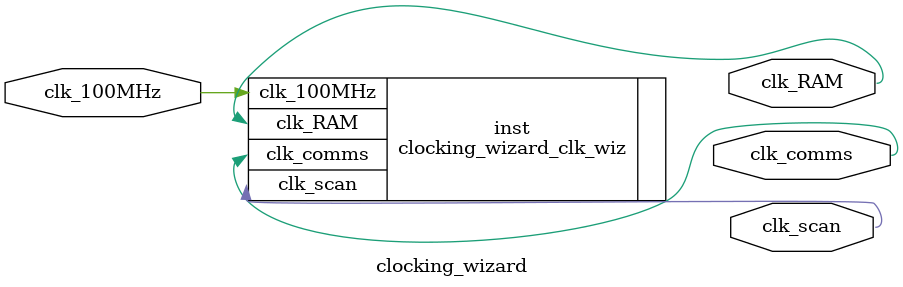
<source format=v>


`timescale 1ps/1ps

(* CORE_GENERATION_INFO = "clocking_wizard,clk_wiz_v6_0_11_0_0,{component_name=clocking_wizard,use_phase_alignment=true,use_min_o_jitter=true,use_max_i_jitter=false,use_dyn_phase_shift=false,use_inclk_switchover=false,use_dyn_reconfig=false,enable_axi=0,feedback_source=FDBK_AUTO,PRIMITIVE=MMCM,num_out_clk=3,clkin1_period=10.000,clkin2_period=10.000,use_power_down=false,use_reset=false,use_locked=false,use_inclk_stopped=false,feedback_type=SINGLE,CLOCK_MGR_TYPE=NA,manual_override=false}" *)

module clocking_wizard 
 (
  // Clock out ports
  output        clk_RAM,
  output        clk_scan,
  output        clk_comms,
 // Clock in ports
  input         clk_100MHz
 );

  clocking_wizard_clk_wiz inst
  (
  // Clock out ports  
  .clk_RAM(clk_RAM),
  .clk_scan(clk_scan),
  .clk_comms(clk_comms),
 // Clock in ports
  .clk_100MHz(clk_100MHz)
  );

endmodule

</source>
